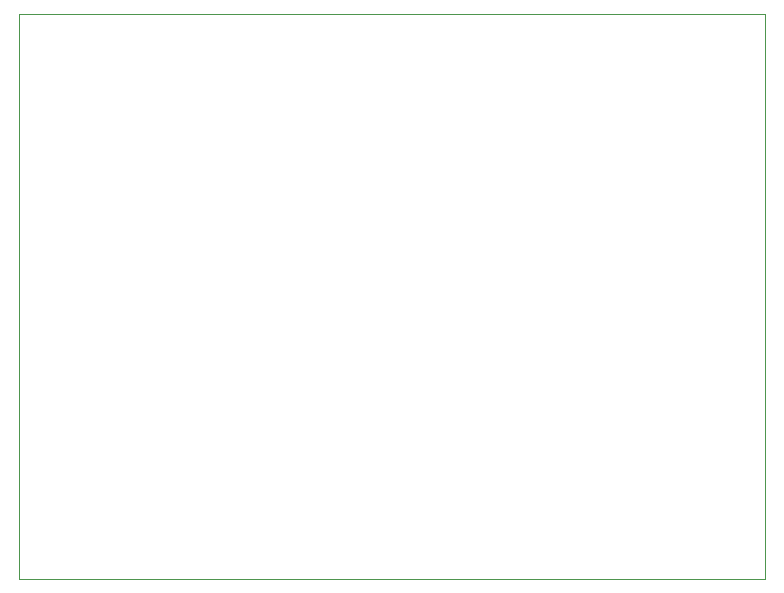
<source format=gm1>
%TF.GenerationSoftware,KiCad,Pcbnew,5.1.8-db9833491~88~ubuntu20.04.1*%
%TF.CreationDate,2021-01-24T20:19:36-05:00*%
%TF.ProjectId,julia_v2.1.1.0,6a756c69-615f-4763-922e-312e312e302e,rev?*%
%TF.SameCoordinates,Original*%
%TF.FileFunction,Profile,NP*%
%FSLAX46Y46*%
G04 Gerber Fmt 4.6, Leading zero omitted, Abs format (unit mm)*
G04 Created by KiCad (PCBNEW 5.1.8-db9833491~88~ubuntu20.04.1) date 2021-01-24 20:19:36*
%MOMM*%
%LPD*%
G01*
G04 APERTURE LIST*
%TA.AperFunction,Profile*%
%ADD10C,0.050000*%
%TD*%
G04 APERTURE END LIST*
D10*
X141200000Y-133200000D02*
X78000000Y-133200000D01*
X141200000Y-85400000D02*
X141200000Y-133200000D01*
X78000000Y-85400000D02*
X141200000Y-85400000D01*
X78000000Y-133200000D02*
X78000000Y-85400000D01*
M02*

</source>
